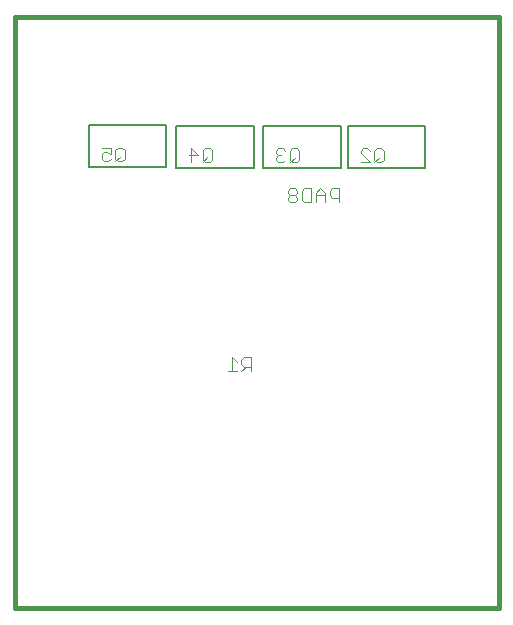
<source format=gbo>
G75*
%MOIN*%
%OFA0B0*%
%FSLAX24Y24*%
%IPPOS*%
%LPD*%
%AMOC8*
5,1,8,0,0,1.08239X$1,22.5*
%
%ADD10C,0.0160*%
%ADD11C,0.0080*%
%ADD12C,0.0040*%
D10*
X001046Y000180D02*
X017188Y000180D01*
X017188Y019865D01*
X001046Y019865D01*
X001046Y000180D01*
D11*
X003519Y014858D02*
X006100Y014858D01*
X006100Y016258D01*
X003519Y016258D01*
X003519Y014858D01*
X006437Y014842D02*
X009017Y014842D01*
X009017Y016242D01*
X006437Y016242D01*
X006437Y014842D01*
X009338Y014826D02*
X011919Y014826D01*
X011919Y016226D01*
X009338Y016226D01*
X009338Y014826D01*
X012153Y014826D02*
X014734Y014826D01*
X014734Y016226D01*
X012153Y016226D01*
X012153Y014826D01*
D12*
X012577Y015026D02*
X012884Y015026D01*
X012577Y015333D01*
X012577Y015410D01*
X012654Y015487D01*
X012807Y015487D01*
X012884Y015410D01*
X013037Y015410D02*
X013037Y015103D01*
X013114Y015026D01*
X013267Y015026D01*
X013344Y015103D01*
X013344Y015410D01*
X013267Y015487D01*
X013114Y015487D01*
X013037Y015410D01*
X013191Y015180D02*
X013037Y015026D01*
X011849Y014160D02*
X011849Y013700D01*
X011849Y013853D02*
X011618Y013853D01*
X011542Y013930D01*
X011542Y014084D01*
X011618Y014160D01*
X011849Y014160D01*
X011388Y014007D02*
X011235Y014160D01*
X011081Y014007D01*
X011081Y013700D01*
X010928Y013700D02*
X010698Y013700D01*
X010621Y013777D01*
X010621Y014084D01*
X010698Y014160D01*
X010928Y014160D01*
X010928Y013700D01*
X011081Y013930D02*
X011388Y013930D01*
X011388Y014007D02*
X011388Y013700D01*
X010467Y013777D02*
X010467Y013853D01*
X010391Y013930D01*
X010237Y013930D01*
X010161Y013853D01*
X010161Y013777D01*
X010237Y013700D01*
X010391Y013700D01*
X010467Y013777D01*
X010391Y013930D02*
X010467Y014007D01*
X010467Y014084D01*
X010391Y014160D01*
X010237Y014160D01*
X010161Y014084D01*
X010161Y014007D01*
X010237Y013930D01*
X010222Y015026D02*
X010376Y015180D01*
X010529Y015103D02*
X010453Y015026D01*
X010299Y015026D01*
X010222Y015103D01*
X010222Y015410D01*
X010299Y015487D01*
X010453Y015487D01*
X010529Y015410D01*
X010529Y015103D01*
X010069Y015103D02*
X009992Y015026D01*
X009839Y015026D01*
X009762Y015103D01*
X009762Y015180D01*
X009839Y015257D01*
X009915Y015257D01*
X009839Y015257D02*
X009762Y015333D01*
X009762Y015410D01*
X009839Y015487D01*
X009992Y015487D01*
X010069Y015410D01*
X007628Y015426D02*
X007628Y015119D01*
X007551Y015042D01*
X007397Y015042D01*
X007321Y015119D01*
X007321Y015426D01*
X007397Y015503D01*
X007551Y015503D01*
X007628Y015426D01*
X007474Y015196D02*
X007321Y015042D01*
X007167Y015272D02*
X006860Y015272D01*
X006937Y015042D02*
X006937Y015503D01*
X007167Y015272D01*
X004710Y015135D02*
X004634Y015058D01*
X004480Y015058D01*
X004403Y015135D01*
X004403Y015442D01*
X004480Y015518D01*
X004634Y015518D01*
X004710Y015442D01*
X004710Y015135D01*
X004557Y015211D02*
X004403Y015058D01*
X004250Y015135D02*
X004173Y015058D01*
X004020Y015058D01*
X003943Y015135D01*
X003943Y015288D01*
X004020Y015365D01*
X004097Y015365D01*
X004250Y015288D01*
X004250Y015518D01*
X003943Y015518D01*
X008298Y008523D02*
X008298Y008062D01*
X008451Y008062D02*
X008144Y008062D01*
X008451Y008369D02*
X008298Y008523D01*
X008605Y008446D02*
X008605Y008292D01*
X008681Y008216D01*
X008912Y008216D01*
X008912Y008062D02*
X008912Y008523D01*
X008681Y008523D01*
X008605Y008446D01*
X008758Y008216D02*
X008605Y008062D01*
M02*

</source>
